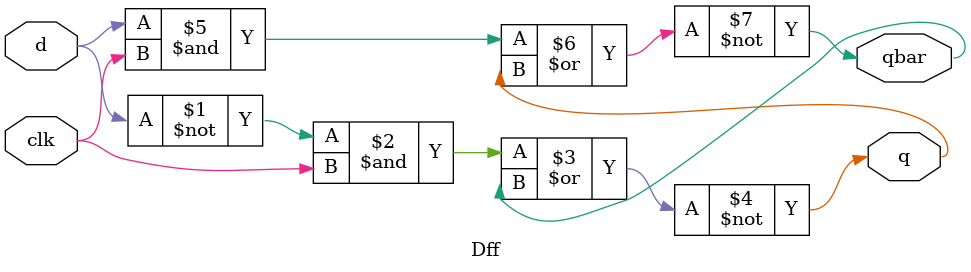
<source format=v>
`timescale 1ns / 1ps

module Dff(
    input clk, d,
    output q, qbar
   );

assign q = ~((~d &clk)|qbar);
assign qbar = ~((d & clk) |q);
endmodule

</source>
